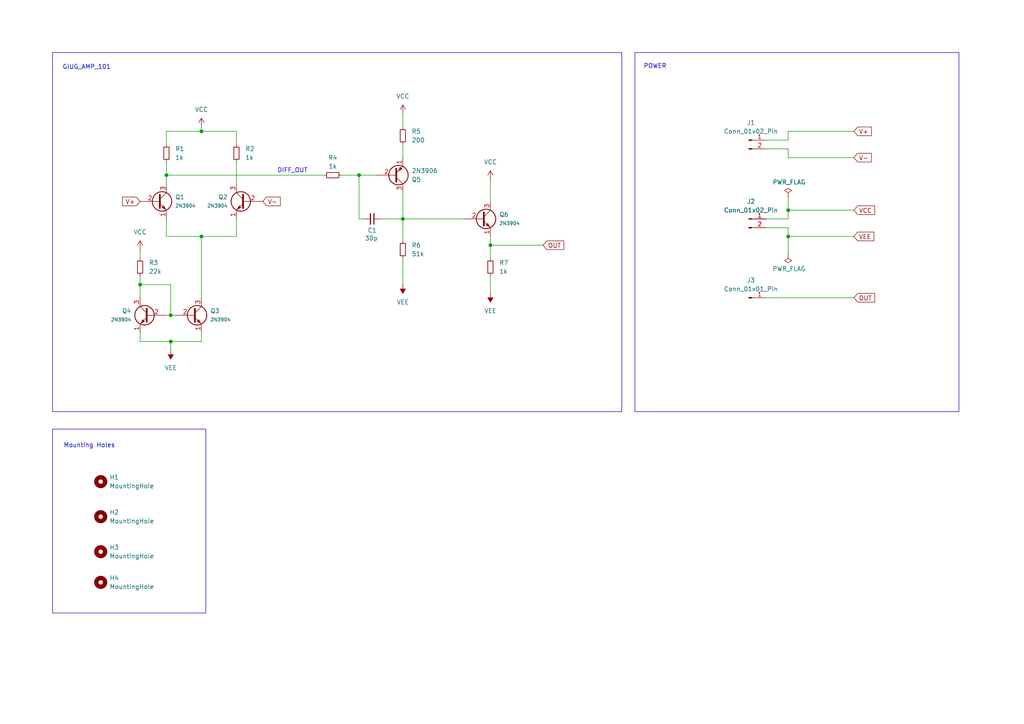
<source format=kicad_sch>
(kicad_sch
	(version 20231120)
	(generator "eeschema")
	(generator_version "8.0")
	(uuid "b6f4611b-04a4-4ac1-8df7-fdbd23c1a24d")
	(paper "A4")
	(title_block
		(title "Giug_Amp_101")
	)
	(lib_symbols
		(symbol "Connector:Conn_01x01_Pin"
			(pin_names
				(offset 1.016) hide)
			(exclude_from_sim no)
			(in_bom yes)
			(on_board yes)
			(property "Reference" "J"
				(at 0 2.54 0)
				(effects
					(font
						(size 1.27 1.27)
					)
				)
			)
			(property "Value" "Conn_01x01_Pin"
				(at 0 -2.54 0)
				(effects
					(font
						(size 1.27 1.27)
					)
				)
			)
			(property "Footprint" ""
				(at 0 0 0)
				(effects
					(font
						(size 1.27 1.27)
					)
					(hide yes)
				)
			)
			(property "Datasheet" "~"
				(at 0 0 0)
				(effects
					(font
						(size 1.27 1.27)
					)
					(hide yes)
				)
			)
			(property "Description" "Generic connector, single row, 01x01, script generated"
				(at 0 0 0)
				(effects
					(font
						(size 1.27 1.27)
					)
					(hide yes)
				)
			)
			(property "ki_locked" ""
				(at 0 0 0)
				(effects
					(font
						(size 1.27 1.27)
					)
				)
			)
			(property "ki_keywords" "connector"
				(at 0 0 0)
				(effects
					(font
						(size 1.27 1.27)
					)
					(hide yes)
				)
			)
			(property "ki_fp_filters" "Connector*:*_1x??_*"
				(at 0 0 0)
				(effects
					(font
						(size 1.27 1.27)
					)
					(hide yes)
				)
			)
			(symbol "Conn_01x01_Pin_1_1"
				(polyline
					(pts
						(xy 1.27 0) (xy 0.8636 0)
					)
					(stroke
						(width 0.1524)
						(type default)
					)
					(fill
						(type none)
					)
				)
				(rectangle
					(start 0.8636 0.127)
					(end 0 -0.127)
					(stroke
						(width 0.1524)
						(type default)
					)
					(fill
						(type outline)
					)
				)
				(pin passive line
					(at 5.08 0 180)
					(length 3.81)
					(name "Pin_1"
						(effects
							(font
								(size 1.27 1.27)
							)
						)
					)
					(number "1"
						(effects
							(font
								(size 1.27 1.27)
							)
						)
					)
				)
			)
		)
		(symbol "Connector:Conn_01x02_Pin"
			(pin_names
				(offset 1.016) hide)
			(exclude_from_sim no)
			(in_bom yes)
			(on_board yes)
			(property "Reference" "J"
				(at 0 2.54 0)
				(effects
					(font
						(size 1.27 1.27)
					)
				)
			)
			(property "Value" "Conn_01x02_Pin"
				(at 0 -5.08 0)
				(effects
					(font
						(size 1.27 1.27)
					)
				)
			)
			(property "Footprint" ""
				(at 0 0 0)
				(effects
					(font
						(size 1.27 1.27)
					)
					(hide yes)
				)
			)
			(property "Datasheet" "~"
				(at 0 0 0)
				(effects
					(font
						(size 1.27 1.27)
					)
					(hide yes)
				)
			)
			(property "Description" "Generic connector, single row, 01x02, script generated"
				(at 0 0 0)
				(effects
					(font
						(size 1.27 1.27)
					)
					(hide yes)
				)
			)
			(property "ki_locked" ""
				(at 0 0 0)
				(effects
					(font
						(size 1.27 1.27)
					)
				)
			)
			(property "ki_keywords" "connector"
				(at 0 0 0)
				(effects
					(font
						(size 1.27 1.27)
					)
					(hide yes)
				)
			)
			(property "ki_fp_filters" "Connector*:*_1x??_*"
				(at 0 0 0)
				(effects
					(font
						(size 1.27 1.27)
					)
					(hide yes)
				)
			)
			(symbol "Conn_01x02_Pin_1_1"
				(polyline
					(pts
						(xy 1.27 -2.54) (xy 0.8636 -2.54)
					)
					(stroke
						(width 0.1524)
						(type default)
					)
					(fill
						(type none)
					)
				)
				(polyline
					(pts
						(xy 1.27 0) (xy 0.8636 0)
					)
					(stroke
						(width 0.1524)
						(type default)
					)
					(fill
						(type none)
					)
				)
				(rectangle
					(start 0.8636 -2.413)
					(end 0 -2.667)
					(stroke
						(width 0.1524)
						(type default)
					)
					(fill
						(type outline)
					)
				)
				(rectangle
					(start 0.8636 0.127)
					(end 0 -0.127)
					(stroke
						(width 0.1524)
						(type default)
					)
					(fill
						(type outline)
					)
				)
				(pin passive line
					(at 5.08 0 180)
					(length 3.81)
					(name "Pin_1"
						(effects
							(font
								(size 1.27 1.27)
							)
						)
					)
					(number "1"
						(effects
							(font
								(size 1.27 1.27)
							)
						)
					)
				)
				(pin passive line
					(at 5.08 -2.54 180)
					(length 3.81)
					(name "Pin_2"
						(effects
							(font
								(size 1.27 1.27)
							)
						)
					)
					(number "2"
						(effects
							(font
								(size 1.27 1.27)
							)
						)
					)
				)
			)
		)
		(symbol "Device:C_Small"
			(pin_numbers hide)
			(pin_names
				(offset 0.254) hide)
			(exclude_from_sim no)
			(in_bom yes)
			(on_board yes)
			(property "Reference" "C"
				(at 0.254 1.778 0)
				(effects
					(font
						(size 1.27 1.27)
					)
					(justify left)
				)
			)
			(property "Value" "C_Small"
				(at 0.254 -2.032 0)
				(effects
					(font
						(size 1.27 1.27)
					)
					(justify left)
				)
			)
			(property "Footprint" ""
				(at 0 0 0)
				(effects
					(font
						(size 1.27 1.27)
					)
					(hide yes)
				)
			)
			(property "Datasheet" "~"
				(at 0 0 0)
				(effects
					(font
						(size 1.27 1.27)
					)
					(hide yes)
				)
			)
			(property "Description" "Unpolarized capacitor, small symbol"
				(at 0 0 0)
				(effects
					(font
						(size 1.27 1.27)
					)
					(hide yes)
				)
			)
			(property "ki_keywords" "capacitor cap"
				(at 0 0 0)
				(effects
					(font
						(size 1.27 1.27)
					)
					(hide yes)
				)
			)
			(property "ki_fp_filters" "C_*"
				(at 0 0 0)
				(effects
					(font
						(size 1.27 1.27)
					)
					(hide yes)
				)
			)
			(symbol "C_Small_0_1"
				(polyline
					(pts
						(xy -1.524 -0.508) (xy 1.524 -0.508)
					)
					(stroke
						(width 0.3302)
						(type default)
					)
					(fill
						(type none)
					)
				)
				(polyline
					(pts
						(xy -1.524 0.508) (xy 1.524 0.508)
					)
					(stroke
						(width 0.3048)
						(type default)
					)
					(fill
						(type none)
					)
				)
			)
			(symbol "C_Small_1_1"
				(pin passive line
					(at 0 2.54 270)
					(length 2.032)
					(name "~"
						(effects
							(font
								(size 1.27 1.27)
							)
						)
					)
					(number "1"
						(effects
							(font
								(size 1.27 1.27)
							)
						)
					)
				)
				(pin passive line
					(at 0 -2.54 90)
					(length 2.032)
					(name "~"
						(effects
							(font
								(size 1.27 1.27)
							)
						)
					)
					(number "2"
						(effects
							(font
								(size 1.27 1.27)
							)
						)
					)
				)
			)
		)
		(symbol "Device:R_Small"
			(pin_numbers hide)
			(pin_names
				(offset 0.254) hide)
			(exclude_from_sim no)
			(in_bom yes)
			(on_board yes)
			(property "Reference" "R"
				(at 0.762 0.508 0)
				(effects
					(font
						(size 1.27 1.27)
					)
					(justify left)
				)
			)
			(property "Value" "R_Small"
				(at 0.762 -1.016 0)
				(effects
					(font
						(size 1.27 1.27)
					)
					(justify left)
				)
			)
			(property "Footprint" ""
				(at 0 0 0)
				(effects
					(font
						(size 1.27 1.27)
					)
					(hide yes)
				)
			)
			(property "Datasheet" "~"
				(at 0 0 0)
				(effects
					(font
						(size 1.27 1.27)
					)
					(hide yes)
				)
			)
			(property "Description" "Resistor, small symbol"
				(at 0 0 0)
				(effects
					(font
						(size 1.27 1.27)
					)
					(hide yes)
				)
			)
			(property "ki_keywords" "R resistor"
				(at 0 0 0)
				(effects
					(font
						(size 1.27 1.27)
					)
					(hide yes)
				)
			)
			(property "ki_fp_filters" "R_*"
				(at 0 0 0)
				(effects
					(font
						(size 1.27 1.27)
					)
					(hide yes)
				)
			)
			(symbol "R_Small_0_1"
				(rectangle
					(start -0.762 1.778)
					(end 0.762 -1.778)
					(stroke
						(width 0.2032)
						(type default)
					)
					(fill
						(type none)
					)
				)
			)
			(symbol "R_Small_1_1"
				(pin passive line
					(at 0 2.54 270)
					(length 0.762)
					(name "~"
						(effects
							(font
								(size 1.27 1.27)
							)
						)
					)
					(number "1"
						(effects
							(font
								(size 1.27 1.27)
							)
						)
					)
				)
				(pin passive line
					(at 0 -2.54 90)
					(length 0.762)
					(name "~"
						(effects
							(font
								(size 1.27 1.27)
							)
						)
					)
					(number "2"
						(effects
							(font
								(size 1.27 1.27)
							)
						)
					)
				)
			)
		)
		(symbol "Mechanical:MountingHole"
			(pin_names
				(offset 1.016)
			)
			(exclude_from_sim yes)
			(in_bom no)
			(on_board yes)
			(property "Reference" "H"
				(at 0 5.08 0)
				(effects
					(font
						(size 1.27 1.27)
					)
				)
			)
			(property "Value" "MountingHole"
				(at 0 3.175 0)
				(effects
					(font
						(size 1.27 1.27)
					)
				)
			)
			(property "Footprint" ""
				(at 0 0 0)
				(effects
					(font
						(size 1.27 1.27)
					)
					(hide yes)
				)
			)
			(property "Datasheet" "~"
				(at 0 0 0)
				(effects
					(font
						(size 1.27 1.27)
					)
					(hide yes)
				)
			)
			(property "Description" "Mounting Hole without connection"
				(at 0 0 0)
				(effects
					(font
						(size 1.27 1.27)
					)
					(hide yes)
				)
			)
			(property "ki_keywords" "mounting hole"
				(at 0 0 0)
				(effects
					(font
						(size 1.27 1.27)
					)
					(hide yes)
				)
			)
			(property "ki_fp_filters" "MountingHole*"
				(at 0 0 0)
				(effects
					(font
						(size 1.27 1.27)
					)
					(hide yes)
				)
			)
			(symbol "MountingHole_0_1"
				(circle
					(center 0 0)
					(radius 1.27)
					(stroke
						(width 1.27)
						(type default)
					)
					(fill
						(type none)
					)
				)
			)
		)
		(symbol "Transistor_BJT:2N3904"
			(pin_names
				(offset 0) hide)
			(exclude_from_sim no)
			(in_bom yes)
			(on_board yes)
			(property "Reference" "Q"
				(at 5.08 1.905 0)
				(effects
					(font
						(size 1.27 1.27)
					)
					(justify left)
				)
			)
			(property "Value" "2N3904"
				(at 5.08 0 0)
				(effects
					(font
						(size 1.27 1.27)
					)
					(justify left)
				)
			)
			(property "Footprint" "Package_TO_SOT_THT:TO-92_Inline"
				(at 5.08 -1.905 0)
				(effects
					(font
						(size 1.27 1.27)
						(italic yes)
					)
					(justify left)
					(hide yes)
				)
			)
			(property "Datasheet" "https://www.onsemi.com/pub/Collateral/2N3903-D.PDF"
				(at 0 0 0)
				(effects
					(font
						(size 1.27 1.27)
					)
					(justify left)
					(hide yes)
				)
			)
			(property "Description" "0.2A Ic, 40V Vce, Small Signal NPN Transistor, TO-92"
				(at 0 0 0)
				(effects
					(font
						(size 1.27 1.27)
					)
					(hide yes)
				)
			)
			(property "ki_keywords" "NPN Transistor"
				(at 0 0 0)
				(effects
					(font
						(size 1.27 1.27)
					)
					(hide yes)
				)
			)
			(property "ki_fp_filters" "TO?92*"
				(at 0 0 0)
				(effects
					(font
						(size 1.27 1.27)
					)
					(hide yes)
				)
			)
			(symbol "2N3904_0_1"
				(polyline
					(pts
						(xy 0.635 0.635) (xy 2.54 2.54)
					)
					(stroke
						(width 0)
						(type default)
					)
					(fill
						(type none)
					)
				)
				(polyline
					(pts
						(xy 0.635 -0.635) (xy 2.54 -2.54) (xy 2.54 -2.54)
					)
					(stroke
						(width 0)
						(type default)
					)
					(fill
						(type none)
					)
				)
				(polyline
					(pts
						(xy 0.635 1.905) (xy 0.635 -1.905) (xy 0.635 -1.905)
					)
					(stroke
						(width 0.508)
						(type default)
					)
					(fill
						(type none)
					)
				)
				(polyline
					(pts
						(xy 1.27 -1.778) (xy 1.778 -1.27) (xy 2.286 -2.286) (xy 1.27 -1.778) (xy 1.27 -1.778)
					)
					(stroke
						(width 0)
						(type default)
					)
					(fill
						(type outline)
					)
				)
				(circle
					(center 1.27 0)
					(radius 2.8194)
					(stroke
						(width 0.254)
						(type default)
					)
					(fill
						(type none)
					)
				)
			)
			(symbol "2N3904_1_1"
				(pin passive line
					(at 2.54 -5.08 90)
					(length 2.54)
					(name "E"
						(effects
							(font
								(size 1.27 1.27)
							)
						)
					)
					(number "1"
						(effects
							(font
								(size 1.27 1.27)
							)
						)
					)
				)
				(pin passive line
					(at -5.08 0 0)
					(length 5.715)
					(name "B"
						(effects
							(font
								(size 1.27 1.27)
							)
						)
					)
					(number "2"
						(effects
							(font
								(size 1.27 1.27)
							)
						)
					)
				)
				(pin passive line
					(at 2.54 5.08 270)
					(length 2.54)
					(name "C"
						(effects
							(font
								(size 1.27 1.27)
							)
						)
					)
					(number "3"
						(effects
							(font
								(size 1.27 1.27)
							)
						)
					)
				)
			)
		)
		(symbol "Transistor_BJT:2N3906"
			(pin_names
				(offset 0) hide)
			(exclude_from_sim no)
			(in_bom yes)
			(on_board yes)
			(property "Reference" "Q"
				(at 5.08 1.905 0)
				(effects
					(font
						(size 1.27 1.27)
					)
					(justify left)
				)
			)
			(property "Value" "2N3906"
				(at 5.08 0 0)
				(effects
					(font
						(size 1.27 1.27)
					)
					(justify left)
				)
			)
			(property "Footprint" "Package_TO_SOT_THT:TO-92_Inline"
				(at 5.08 -1.905 0)
				(effects
					(font
						(size 1.27 1.27)
						(italic yes)
					)
					(justify left)
					(hide yes)
				)
			)
			(property "Datasheet" "https://www.onsemi.com/pub/Collateral/2N3906-D.PDF"
				(at 0 0 0)
				(effects
					(font
						(size 1.27 1.27)
					)
					(justify left)
					(hide yes)
				)
			)
			(property "Description" "-0.2A Ic, -40V Vce, Small Signal PNP Transistor, TO-92"
				(at 0 0 0)
				(effects
					(font
						(size 1.27 1.27)
					)
					(hide yes)
				)
			)
			(property "ki_keywords" "PNP Transistor"
				(at 0 0 0)
				(effects
					(font
						(size 1.27 1.27)
					)
					(hide yes)
				)
			)
			(property "ki_fp_filters" "TO?92*"
				(at 0 0 0)
				(effects
					(font
						(size 1.27 1.27)
					)
					(hide yes)
				)
			)
			(symbol "2N3906_0_1"
				(polyline
					(pts
						(xy 0.635 0.635) (xy 2.54 2.54)
					)
					(stroke
						(width 0)
						(type default)
					)
					(fill
						(type none)
					)
				)
				(polyline
					(pts
						(xy 0.635 -0.635) (xy 2.54 -2.54) (xy 2.54 -2.54)
					)
					(stroke
						(width 0)
						(type default)
					)
					(fill
						(type none)
					)
				)
				(polyline
					(pts
						(xy 0.635 1.905) (xy 0.635 -1.905) (xy 0.635 -1.905)
					)
					(stroke
						(width 0.508)
						(type default)
					)
					(fill
						(type none)
					)
				)
				(polyline
					(pts
						(xy 2.286 -1.778) (xy 1.778 -2.286) (xy 1.27 -1.27) (xy 2.286 -1.778) (xy 2.286 -1.778)
					)
					(stroke
						(width 0)
						(type default)
					)
					(fill
						(type outline)
					)
				)
				(circle
					(center 1.27 0)
					(radius 2.8194)
					(stroke
						(width 0.254)
						(type default)
					)
					(fill
						(type none)
					)
				)
			)
			(symbol "2N3906_1_1"
				(pin passive line
					(at 2.54 -5.08 90)
					(length 2.54)
					(name "E"
						(effects
							(font
								(size 1.27 1.27)
							)
						)
					)
					(number "1"
						(effects
							(font
								(size 1.27 1.27)
							)
						)
					)
				)
				(pin input line
					(at -5.08 0 0)
					(length 5.715)
					(name "B"
						(effects
							(font
								(size 1.27 1.27)
							)
						)
					)
					(number "2"
						(effects
							(font
								(size 1.27 1.27)
							)
						)
					)
				)
				(pin passive line
					(at 2.54 5.08 270)
					(length 2.54)
					(name "C"
						(effects
							(font
								(size 1.27 1.27)
							)
						)
					)
					(number "3"
						(effects
							(font
								(size 1.27 1.27)
							)
						)
					)
				)
			)
		)
		(symbol "power:PWR_FLAG"
			(power)
			(pin_numbers hide)
			(pin_names
				(offset 0) hide)
			(exclude_from_sim no)
			(in_bom yes)
			(on_board yes)
			(property "Reference" "#FLG"
				(at 0 1.905 0)
				(effects
					(font
						(size 1.27 1.27)
					)
					(hide yes)
				)
			)
			(property "Value" "PWR_FLAG"
				(at 0 3.81 0)
				(effects
					(font
						(size 1.27 1.27)
					)
				)
			)
			(property "Footprint" ""
				(at 0 0 0)
				(effects
					(font
						(size 1.27 1.27)
					)
					(hide yes)
				)
			)
			(property "Datasheet" "~"
				(at 0 0 0)
				(effects
					(font
						(size 1.27 1.27)
					)
					(hide yes)
				)
			)
			(property "Description" "Special symbol for telling ERC where power comes from"
				(at 0 0 0)
				(effects
					(font
						(size 1.27 1.27)
					)
					(hide yes)
				)
			)
			(property "ki_keywords" "flag power"
				(at 0 0 0)
				(effects
					(font
						(size 1.27 1.27)
					)
					(hide yes)
				)
			)
			(symbol "PWR_FLAG_0_0"
				(pin power_out line
					(at 0 0 90)
					(length 0)
					(name "~"
						(effects
							(font
								(size 1.27 1.27)
							)
						)
					)
					(number "1"
						(effects
							(font
								(size 1.27 1.27)
							)
						)
					)
				)
			)
			(symbol "PWR_FLAG_0_1"
				(polyline
					(pts
						(xy 0 0) (xy 0 1.27) (xy -1.016 1.905) (xy 0 2.54) (xy 1.016 1.905) (xy 0 1.27)
					)
					(stroke
						(width 0)
						(type default)
					)
					(fill
						(type none)
					)
				)
			)
		)
		(symbol "power:VCC"
			(power)
			(pin_numbers hide)
			(pin_names
				(offset 0) hide)
			(exclude_from_sim no)
			(in_bom yes)
			(on_board yes)
			(property "Reference" "#PWR"
				(at 0 -3.81 0)
				(effects
					(font
						(size 1.27 1.27)
					)
					(hide yes)
				)
			)
			(property "Value" "VCC"
				(at 0 3.556 0)
				(effects
					(font
						(size 1.27 1.27)
					)
				)
			)
			(property "Footprint" ""
				(at 0 0 0)
				(effects
					(font
						(size 1.27 1.27)
					)
					(hide yes)
				)
			)
			(property "Datasheet" ""
				(at 0 0 0)
				(effects
					(font
						(size 1.27 1.27)
					)
					(hide yes)
				)
			)
			(property "Description" "Power symbol creates a global label with name \"VCC\""
				(at 0 0 0)
				(effects
					(font
						(size 1.27 1.27)
					)
					(hide yes)
				)
			)
			(property "ki_keywords" "global power"
				(at 0 0 0)
				(effects
					(font
						(size 1.27 1.27)
					)
					(hide yes)
				)
			)
			(symbol "VCC_0_1"
				(polyline
					(pts
						(xy -0.762 1.27) (xy 0 2.54)
					)
					(stroke
						(width 0)
						(type default)
					)
					(fill
						(type none)
					)
				)
				(polyline
					(pts
						(xy 0 0) (xy 0 2.54)
					)
					(stroke
						(width 0)
						(type default)
					)
					(fill
						(type none)
					)
				)
				(polyline
					(pts
						(xy 0 2.54) (xy 0.762 1.27)
					)
					(stroke
						(width 0)
						(type default)
					)
					(fill
						(type none)
					)
				)
			)
			(symbol "VCC_1_1"
				(pin power_in line
					(at 0 0 90)
					(length 0)
					(name "~"
						(effects
							(font
								(size 1.27 1.27)
							)
						)
					)
					(number "1"
						(effects
							(font
								(size 1.27 1.27)
							)
						)
					)
				)
			)
		)
		(symbol "power:VEE"
			(power)
			(pin_numbers hide)
			(pin_names
				(offset 0) hide)
			(exclude_from_sim no)
			(in_bom yes)
			(on_board yes)
			(property "Reference" "#PWR"
				(at 0 -3.81 0)
				(effects
					(font
						(size 1.27 1.27)
					)
					(hide yes)
				)
			)
			(property "Value" "VEE"
				(at 0 3.556 0)
				(effects
					(font
						(size 1.27 1.27)
					)
				)
			)
			(property "Footprint" ""
				(at 0 0 0)
				(effects
					(font
						(size 1.27 1.27)
					)
					(hide yes)
				)
			)
			(property "Datasheet" ""
				(at 0 0 0)
				(effects
					(font
						(size 1.27 1.27)
					)
					(hide yes)
				)
			)
			(property "Description" "Power symbol creates a global label with name \"VEE\""
				(at 0 0 0)
				(effects
					(font
						(size 1.27 1.27)
					)
					(hide yes)
				)
			)
			(property "ki_keywords" "global power"
				(at 0 0 0)
				(effects
					(font
						(size 1.27 1.27)
					)
					(hide yes)
				)
			)
			(symbol "VEE_0_1"
				(polyline
					(pts
						(xy 0 0) (xy 0 2.54)
					)
					(stroke
						(width 0)
						(type default)
					)
					(fill
						(type none)
					)
				)
				(polyline
					(pts
						(xy 0.762 1.27) (xy -0.762 1.27) (xy 0 2.54) (xy 0.762 1.27)
					)
					(stroke
						(width 0)
						(type default)
					)
					(fill
						(type outline)
					)
				)
			)
			(symbol "VEE_1_1"
				(pin power_in line
					(at 0 0 90)
					(length 0)
					(name "~"
						(effects
							(font
								(size 1.27 1.27)
							)
						)
					)
					(number "1"
						(effects
							(font
								(size 1.27 1.27)
							)
						)
					)
				)
			)
		)
	)
	(junction
		(at 49.53 91.44)
		(diameter 0)
		(color 0 0 0 0)
		(uuid "498e1883-6870-4f1d-a2c8-4b823ebe91d8")
	)
	(junction
		(at 116.84 63.5)
		(diameter 0)
		(color 0 0 0 0)
		(uuid "54ee8d35-141d-4582-aba8-104a0ff56f46")
	)
	(junction
		(at 58.42 38.1)
		(diameter 0)
		(color 0 0 0 0)
		(uuid "5977dd1c-089a-4ebc-a1c0-9572c4e56f8d")
	)
	(junction
		(at 142.24 71.12)
		(diameter 0)
		(color 0 0 0 0)
		(uuid "627dbe0c-681a-44e7-8725-8468226df601")
	)
	(junction
		(at 228.6 68.58)
		(diameter 0)
		(color 0 0 0 0)
		(uuid "68367e3e-9d6e-4f11-9f02-cfdc6ef0cb03")
	)
	(junction
		(at 228.6 60.96)
		(diameter 0)
		(color 0 0 0 0)
		(uuid "93c5a164-84b2-416c-946c-5655c9e1bd5f")
	)
	(junction
		(at 48.26 50.8)
		(diameter 0)
		(color 0 0 0 0)
		(uuid "b43dc100-e9e1-4180-8ff7-a9f79be514f1")
	)
	(junction
		(at 58.42 68.58)
		(diameter 0)
		(color 0 0 0 0)
		(uuid "c8b0c394-de7d-4806-8078-50cc53e96b99")
	)
	(junction
		(at 49.53 99.06)
		(diameter 0)
		(color 0 0 0 0)
		(uuid "e347cd4b-5de7-441e-bd04-4b8041574ab7")
	)
	(junction
		(at 104.14 50.8)
		(diameter 0)
		(color 0 0 0 0)
		(uuid "f8677e65-346e-4471-81d5-3d4403542b30")
	)
	(junction
		(at 40.64 82.55)
		(diameter 0)
		(color 0 0 0 0)
		(uuid "faa41cd3-3b3b-4973-958a-9f463037cae1")
	)
	(wire
		(pts
			(xy 142.24 68.58) (xy 142.24 71.12)
		)
		(stroke
			(width 0)
			(type default)
		)
		(uuid "0888b366-77c2-44d9-8ae0-5639b4e6db45")
	)
	(wire
		(pts
			(xy 110.49 63.5) (xy 116.84 63.5)
		)
		(stroke
			(width 0)
			(type default)
		)
		(uuid "0cbdd4f7-974c-4771-92b1-0657c064b3a0")
	)
	(wire
		(pts
			(xy 222.25 66.04) (xy 228.6 66.04)
		)
		(stroke
			(width 0)
			(type default)
		)
		(uuid "0d95dc90-22ed-4d45-b315-c6aa590ad5eb")
	)
	(wire
		(pts
			(xy 48.26 50.8) (xy 93.98 50.8)
		)
		(stroke
			(width 0)
			(type default)
		)
		(uuid "0e415c58-9b4c-4978-ac09-efce43b618e8")
	)
	(wire
		(pts
			(xy 228.6 57.15) (xy 228.6 60.96)
		)
		(stroke
			(width 0)
			(type default)
		)
		(uuid "103b4ffc-0c3f-481d-80d0-4814133f6cc0")
	)
	(wire
		(pts
			(xy 116.84 74.93) (xy 116.84 82.55)
		)
		(stroke
			(width 0)
			(type default)
		)
		(uuid "1374e469-a4e2-4f6f-892e-43038cd7785e")
	)
	(wire
		(pts
			(xy 222.25 63.5) (xy 228.6 63.5)
		)
		(stroke
			(width 0)
			(type default)
		)
		(uuid "1604bb17-8cf4-4831-828c-932b425f8649")
	)
	(wire
		(pts
			(xy 68.58 46.99) (xy 68.58 53.34)
		)
		(stroke
			(width 0)
			(type default)
		)
		(uuid "17fad9e0-fd9c-4612-8429-49a24818a8d8")
	)
	(wire
		(pts
			(xy 40.64 72.39) (xy 40.64 74.93)
		)
		(stroke
			(width 0)
			(type default)
		)
		(uuid "2ff7489c-35e3-4e51-974d-44f209cf9c0e")
	)
	(wire
		(pts
			(xy 142.24 52.07) (xy 142.24 58.42)
		)
		(stroke
			(width 0)
			(type default)
		)
		(uuid "30c73c9e-bec2-4ecc-b4ec-2ce34065cc28")
	)
	(wire
		(pts
			(xy 222.25 43.18) (xy 228.6 43.18)
		)
		(stroke
			(width 0)
			(type default)
		)
		(uuid "331c6ee8-5098-4b13-9eeb-b722fd22978a")
	)
	(wire
		(pts
			(xy 58.42 36.83) (xy 58.42 38.1)
		)
		(stroke
			(width 0)
			(type default)
		)
		(uuid "3432fd69-8db1-4b62-8b9f-b915c898de99")
	)
	(wire
		(pts
			(xy 40.64 82.55) (xy 49.53 82.55)
		)
		(stroke
			(width 0)
			(type default)
		)
		(uuid "36e44f0b-292d-4499-bfc5-1aed1a7267be")
	)
	(wire
		(pts
			(xy 40.64 82.55) (xy 40.64 86.36)
		)
		(stroke
			(width 0)
			(type default)
		)
		(uuid "39a98f2d-4500-4b07-a433-c75523f531ea")
	)
	(wire
		(pts
			(xy 49.53 82.55) (xy 49.53 91.44)
		)
		(stroke
			(width 0)
			(type default)
		)
		(uuid "3e780013-30dc-4e2d-808b-20c0181a0e61")
	)
	(wire
		(pts
			(xy 48.26 91.44) (xy 49.53 91.44)
		)
		(stroke
			(width 0)
			(type default)
		)
		(uuid "416d82b9-2140-4740-af96-2b141b5d02ce")
	)
	(wire
		(pts
			(xy 104.14 63.5) (xy 104.14 50.8)
		)
		(stroke
			(width 0)
			(type default)
		)
		(uuid "454ceecd-ee46-4c6c-9f07-934dffe12b67")
	)
	(wire
		(pts
			(xy 222.25 40.64) (xy 228.6 40.64)
		)
		(stroke
			(width 0)
			(type default)
		)
		(uuid "45ed3a22-b1bb-419c-ad0d-dfd557f369fd")
	)
	(wire
		(pts
			(xy 228.6 38.1) (xy 247.65 38.1)
		)
		(stroke
			(width 0)
			(type default)
		)
		(uuid "596eac4f-2131-4015-a5fb-8ebbbfac985b")
	)
	(wire
		(pts
			(xy 48.26 63.5) (xy 48.26 68.58)
		)
		(stroke
			(width 0)
			(type default)
		)
		(uuid "670523b8-e75c-4d1e-bf61-7c1e7a1e313f")
	)
	(wire
		(pts
			(xy 228.6 45.72) (xy 247.65 45.72)
		)
		(stroke
			(width 0)
			(type default)
		)
		(uuid "67d6f8a7-c90d-4a80-badd-1f1690aff52d")
	)
	(wire
		(pts
			(xy 68.58 63.5) (xy 68.58 68.58)
		)
		(stroke
			(width 0)
			(type default)
		)
		(uuid "696892e7-49e9-4513-9f0b-585aa2930d7d")
	)
	(wire
		(pts
			(xy 48.26 38.1) (xy 58.42 38.1)
		)
		(stroke
			(width 0)
			(type default)
		)
		(uuid "70074f6d-f68a-4dd5-b68e-058d7dc7e8c8")
	)
	(wire
		(pts
			(xy 228.6 63.5) (xy 228.6 60.96)
		)
		(stroke
			(width 0)
			(type default)
		)
		(uuid "76141718-21c4-47f4-920a-ba9ffb6cfbdf")
	)
	(wire
		(pts
			(xy 228.6 60.96) (xy 247.65 60.96)
		)
		(stroke
			(width 0)
			(type default)
		)
		(uuid "7b8966c9-bf05-4b86-81fc-5dc06b1f1df7")
	)
	(wire
		(pts
			(xy 142.24 71.12) (xy 157.48 71.12)
		)
		(stroke
			(width 0)
			(type default)
		)
		(uuid "7b8fd0bd-255d-4b6a-a3cd-e6ee38669ba9")
	)
	(wire
		(pts
			(xy 49.53 91.44) (xy 50.8 91.44)
		)
		(stroke
			(width 0)
			(type default)
		)
		(uuid "7b909fca-1823-4eb2-b04c-01be69ba0608")
	)
	(wire
		(pts
			(xy 116.84 41.91) (xy 116.84 45.72)
		)
		(stroke
			(width 0)
			(type default)
		)
		(uuid "7be0d89f-68e6-477c-a5a2-1f39bce7649b")
	)
	(wire
		(pts
			(xy 142.24 80.01) (xy 142.24 85.09)
		)
		(stroke
			(width 0)
			(type default)
		)
		(uuid "832f7b22-9dc9-43b1-b202-b71446ee0074")
	)
	(wire
		(pts
			(xy 142.24 71.12) (xy 142.24 74.93)
		)
		(stroke
			(width 0)
			(type default)
		)
		(uuid "839c31de-831f-4223-8d8e-e88171acbc18")
	)
	(wire
		(pts
			(xy 228.6 43.18) (xy 228.6 45.72)
		)
		(stroke
			(width 0)
			(type default)
		)
		(uuid "8a9d9b82-43ab-4535-bab0-ccefe15e0f91")
	)
	(wire
		(pts
			(xy 49.53 99.06) (xy 58.42 99.06)
		)
		(stroke
			(width 0)
			(type default)
		)
		(uuid "8b6b9488-e7ae-44e1-81d9-08cc5ae76a6c")
	)
	(wire
		(pts
			(xy 48.26 41.91) (xy 48.26 38.1)
		)
		(stroke
			(width 0)
			(type default)
		)
		(uuid "8e3f1122-6a0f-458f-9b21-49a32a26dd66")
	)
	(wire
		(pts
			(xy 228.6 66.04) (xy 228.6 68.58)
		)
		(stroke
			(width 0)
			(type default)
		)
		(uuid "9210fd33-93cf-411b-aba0-72712732dd3e")
	)
	(wire
		(pts
			(xy 58.42 68.58) (xy 68.58 68.58)
		)
		(stroke
			(width 0)
			(type default)
		)
		(uuid "9407f3c4-e455-4db7-8b1d-fdcb094a0766")
	)
	(wire
		(pts
			(xy 116.84 63.5) (xy 116.84 69.85)
		)
		(stroke
			(width 0)
			(type default)
		)
		(uuid "95b5c28d-e77f-4e12-a9b9-00359c6dbe28")
	)
	(wire
		(pts
			(xy 104.14 63.5) (xy 105.41 63.5)
		)
		(stroke
			(width 0)
			(type default)
		)
		(uuid "9ec0f68f-650a-429f-a81a-d221138fc544")
	)
	(wire
		(pts
			(xy 68.58 38.1) (xy 68.58 41.91)
		)
		(stroke
			(width 0)
			(type default)
		)
		(uuid "a0948a9c-c0b1-4333-a294-75a9521cb2de")
	)
	(wire
		(pts
			(xy 228.6 68.58) (xy 228.6 73.66)
		)
		(stroke
			(width 0)
			(type default)
		)
		(uuid "ac3455a6-8198-41ae-8ec4-23972ed033f9")
	)
	(wire
		(pts
			(xy 49.53 99.06) (xy 49.53 101.6)
		)
		(stroke
			(width 0)
			(type default)
		)
		(uuid "ada6192b-2e71-4658-a825-1f1735ea02f9")
	)
	(wire
		(pts
			(xy 228.6 40.64) (xy 228.6 38.1)
		)
		(stroke
			(width 0)
			(type default)
		)
		(uuid "adae3d8d-653a-4ebc-b9ee-318eee1440b1")
	)
	(wire
		(pts
			(xy 116.84 55.88) (xy 116.84 63.5)
		)
		(stroke
			(width 0)
			(type default)
		)
		(uuid "b0bdf160-5132-4afa-9553-f6aba7c6634b")
	)
	(wire
		(pts
			(xy 104.14 50.8) (xy 109.22 50.8)
		)
		(stroke
			(width 0)
			(type default)
		)
		(uuid "bf39620c-8ce5-4f62-944c-b156bfbe2150")
	)
	(wire
		(pts
			(xy 99.06 50.8) (xy 104.14 50.8)
		)
		(stroke
			(width 0)
			(type default)
		)
		(uuid "c01c7fb6-b38c-4717-9656-d4b59cc04817")
	)
	(wire
		(pts
			(xy 116.84 33.02) (xy 116.84 36.83)
		)
		(stroke
			(width 0)
			(type default)
		)
		(uuid "c2ef04c8-fcd4-45fe-917d-55bf8c04d19a")
	)
	(wire
		(pts
			(xy 58.42 38.1) (xy 68.58 38.1)
		)
		(stroke
			(width 0)
			(type default)
		)
		(uuid "c516fa6a-e8fc-406d-8597-eb6ea809518a")
	)
	(wire
		(pts
			(xy 58.42 96.52) (xy 58.42 99.06)
		)
		(stroke
			(width 0)
			(type default)
		)
		(uuid "c632b159-5077-4ea4-b999-95ed5956c1ff")
	)
	(wire
		(pts
			(xy 48.26 50.8) (xy 48.26 53.34)
		)
		(stroke
			(width 0)
			(type default)
		)
		(uuid "cdb5ef6f-b8a0-469f-bd25-5a65cce6a4c4")
	)
	(wire
		(pts
			(xy 222.25 86.36) (xy 247.65 86.36)
		)
		(stroke
			(width 0)
			(type default)
		)
		(uuid "d25c169a-4299-4790-b960-429de76b6a1f")
	)
	(wire
		(pts
			(xy 40.64 80.01) (xy 40.64 82.55)
		)
		(stroke
			(width 0)
			(type default)
		)
		(uuid "d4dd67a0-82f5-414e-8245-df9be2dab5bb")
	)
	(wire
		(pts
			(xy 40.64 99.06) (xy 49.53 99.06)
		)
		(stroke
			(width 0)
			(type default)
		)
		(uuid "dd4e1bf1-dfb1-4f6a-b101-8e4c0989c1a4")
	)
	(wire
		(pts
			(xy 48.26 46.99) (xy 48.26 50.8)
		)
		(stroke
			(width 0)
			(type default)
		)
		(uuid "e3a6a9fb-cea0-4360-8f8f-5fc21017b008")
	)
	(wire
		(pts
			(xy 48.26 68.58) (xy 58.42 68.58)
		)
		(stroke
			(width 0)
			(type default)
		)
		(uuid "ecff2e1c-4f46-41da-b7ff-9c331d1c5f97")
	)
	(wire
		(pts
			(xy 228.6 68.58) (xy 247.65 68.58)
		)
		(stroke
			(width 0)
			(type default)
		)
		(uuid "eec9b5ad-8466-4054-b235-ca4f4d4d8575")
	)
	(wire
		(pts
			(xy 58.42 68.58) (xy 58.42 86.36)
		)
		(stroke
			(width 0)
			(type default)
		)
		(uuid "f010a5df-a3c5-431d-87c4-81b802a7772f")
	)
	(wire
		(pts
			(xy 116.84 63.5) (xy 134.62 63.5)
		)
		(stroke
			(width 0)
			(type default)
		)
		(uuid "f54c9cca-5bce-4809-9407-2c18ef46e08b")
	)
	(wire
		(pts
			(xy 40.64 96.52) (xy 40.64 99.06)
		)
		(stroke
			(width 0)
			(type default)
		)
		(uuid "faad2f3c-1fe9-4f63-b57c-54823c02d736")
	)
	(rectangle
		(start 15.24 15.24)
		(end 180.34 119.38)
		(stroke
			(width 0)
			(type default)
		)
		(fill
			(type none)
		)
		(uuid 2d9f9d96-9312-4659-8a04-2fbb4b253ab4)
	)
	(rectangle
		(start 184.15 15.24)
		(end 278.13 119.38)
		(stroke
			(width 0)
			(type default)
		)
		(fill
			(type none)
		)
		(uuid 68a684c8-4020-42a3-8964-914e72bb2887)
	)
	(rectangle
		(start 15.24 124.46)
		(end 59.69 177.8)
		(stroke
			(width 0)
			(type default)
		)
		(fill
			(type none)
		)
		(uuid 76c7136a-9954-411c-908a-81fd6a518db2)
	)
	(text "GIUG_AMP_101"
		(exclude_from_sim no)
		(at 25.146 19.558 0)
		(effects
			(font
				(size 1.27 1.27)
			)
		)
		(uuid "33b6bf2d-0df6-4958-b2e2-7f10622b33f5")
	)
	(text "DIFF_OUT"
		(exclude_from_sim no)
		(at 84.836 49.53 0)
		(effects
			(font
				(size 1.27 1.27)
			)
		)
		(uuid "7ad993e4-f348-44b2-8542-c5073355d483")
	)
	(text "Mounting Holes\n"
		(exclude_from_sim no)
		(at 25.908 129.286 0)
		(effects
			(font
				(size 1.27 1.27)
			)
		)
		(uuid "e476200c-3072-4a40-baea-2222c7e8d112")
	)
	(text "POWER"
		(exclude_from_sim no)
		(at 189.992 19.304 0)
		(effects
			(font
				(size 1.27 1.27)
			)
		)
		(uuid "ed357d89-6a68-4fa9-8c42-42bb86610f1d")
	)
	(global_label "VEE"
		(shape input)
		(at 247.65 68.58 0)
		(fields_autoplaced yes)
		(effects
			(font
				(size 1.27 1.27)
			)
			(justify left)
		)
		(uuid "1913c968-7199-4c77-89e1-95da9a632d88")
		(property "Intersheetrefs" "${INTERSHEET_REFS}"
			(at 254.0218 68.58 0)
			(effects
				(font
					(size 1.27 1.27)
				)
				(justify left)
				(hide yes)
			)
		)
	)
	(global_label "V-"
		(shape input)
		(at 76.2 58.42 0)
		(fields_autoplaced yes)
		(effects
			(font
				(size 1.27 1.27)
			)
			(justify left)
		)
		(uuid "1a169e3e-987b-4695-a3b1-3a42434acce6")
		(property "Intersheetrefs" "${INTERSHEET_REFS}"
			(at 81.8462 58.42 0)
			(effects
				(font
					(size 1.27 1.27)
				)
				(justify left)
				(hide yes)
			)
		)
	)
	(global_label "OUT"
		(shape input)
		(at 247.65 86.36 0)
		(fields_autoplaced yes)
		(effects
			(font
				(size 1.27 1.27)
			)
			(justify left)
		)
		(uuid "20f86feb-3a29-4442-9c67-56def5e50b21")
		(property "Intersheetrefs" "${INTERSHEET_REFS}"
			(at 254.2638 86.36 0)
			(effects
				(font
					(size 1.27 1.27)
				)
				(justify left)
				(hide yes)
			)
		)
	)
	(global_label "V-"
		(shape input)
		(at 247.65 45.72 0)
		(fields_autoplaced yes)
		(effects
			(font
				(size 1.27 1.27)
			)
			(justify left)
		)
		(uuid "25c4ec15-8f66-42b7-9991-da22a1507c23")
		(property "Intersheetrefs" "${INTERSHEET_REFS}"
			(at 253.2962 45.72 0)
			(effects
				(font
					(size 1.27 1.27)
				)
				(justify left)
				(hide yes)
			)
		)
	)
	(global_label "V+"
		(shape input)
		(at 40.64 58.42 180)
		(fields_autoplaced yes)
		(effects
			(font
				(size 1.27 1.27)
			)
			(justify right)
		)
		(uuid "5926f145-a88c-4444-a9fc-32236bf9478d")
		(property "Intersheetrefs" "${INTERSHEET_REFS}"
			(at 34.9938 58.42 0)
			(effects
				(font
					(size 1.27 1.27)
				)
				(justify right)
				(hide yes)
			)
		)
	)
	(global_label "V+"
		(shape input)
		(at 247.65 38.1 0)
		(fields_autoplaced yes)
		(effects
			(font
				(size 1.27 1.27)
			)
			(justify left)
		)
		(uuid "71fb2838-31c8-4f6d-9374-31ad932b5b69")
		(property "Intersheetrefs" "${INTERSHEET_REFS}"
			(at 253.2962 38.1 0)
			(effects
				(font
					(size 1.27 1.27)
				)
				(justify left)
				(hide yes)
			)
		)
	)
	(global_label "OUT"
		(shape input)
		(at 157.48 71.12 0)
		(fields_autoplaced yes)
		(effects
			(font
				(size 1.27 1.27)
			)
			(justify left)
		)
		(uuid "7c24297b-dbf2-4ebb-95bd-bf7a13307fbf")
		(property "Intersheetrefs" "${INTERSHEET_REFS}"
			(at 164.0938 71.12 0)
			(effects
				(font
					(size 1.27 1.27)
				)
				(justify left)
				(hide yes)
			)
		)
	)
	(global_label "VCC"
		(shape input)
		(at 247.65 60.96 0)
		(fields_autoplaced yes)
		(effects
			(font
				(size 1.27 1.27)
			)
			(justify left)
		)
		(uuid "f6afd56b-768d-48be-8302-55177a1e12d4")
		(property "Intersheetrefs" "${INTERSHEET_REFS}"
			(at 254.2638 60.96 0)
			(effects
				(font
					(size 1.27 1.27)
				)
				(justify left)
				(hide yes)
			)
		)
	)
	(symbol
		(lib_id "Transistor_BJT:2N3904")
		(at 55.88 91.44 0)
		(unit 1)
		(exclude_from_sim no)
		(in_bom yes)
		(on_board yes)
		(dnp no)
		(uuid "00cc5cee-1b80-4ef5-b4cc-fae012dc1994")
		(property "Reference" "Q3"
			(at 60.96 90.1699 0)
			(effects
				(font
					(size 1.27 1.27)
				)
				(justify left)
			)
		)
		(property "Value" "2N3904"
			(at 60.96 92.7099 0)
			(effects
				(font
					(size 1 1)
				)
				(justify left)
			)
		)
		(property "Footprint" "Package_TO_SOT_THT:TO-92_Inline"
			(at 60.96 93.345 0)
			(effects
				(font
					(size 1.27 1.27)
					(italic yes)
				)
				(justify left)
				(hide yes)
			)
		)
		(property "Datasheet" "https://www.onsemi.com/pub/Collateral/2N3903-D.PDF"
			(at 55.88 91.44 0)
			(effects
				(font
					(size 1.27 1.27)
				)
				(justify left)
				(hide yes)
			)
		)
		(property "Description" "0.2A Ic, 40V Vce, Small Signal NPN Transistor, TO-92"
			(at 55.88 91.44 0)
			(effects
				(font
					(size 1.27 1.27)
				)
				(hide yes)
			)
		)
		(pin "1"
			(uuid "ad78b96f-5217-4088-ba9d-83e4bcacd5c5")
		)
		(pin "2"
			(uuid "e77a71c6-6825-404b-8f20-966834d764a3")
		)
		(pin "3"
			(uuid "5fa1f1ea-a72d-4401-b6f9-4079063923dd")
		)
		(instances
			(project "GiugPamp_101"
				(path "/b6f4611b-04a4-4ac1-8df7-fdbd23c1a24d"
					(reference "Q3")
					(unit 1)
				)
			)
		)
	)
	(symbol
		(lib_id "Device:R_Small")
		(at 116.84 72.39 180)
		(unit 1)
		(exclude_from_sim no)
		(in_bom yes)
		(on_board yes)
		(dnp no)
		(fields_autoplaced yes)
		(uuid "0909aa4d-96d6-4aeb-9fcd-42a3387270fe")
		(property "Reference" "R6"
			(at 119.38 71.1199 0)
			(effects
				(font
					(size 1.27 1.27)
				)
				(justify right)
			)
		)
		(property "Value" "51k"
			(at 119.38 73.6599 0)
			(effects
				(font
					(size 1.27 1.27)
				)
				(justify right)
			)
		)
		(property "Footprint" "Resistor_THT:R_Axial_DIN0207_L6.3mm_D2.5mm_P10.16mm_Horizontal"
			(at 116.84 72.39 0)
			(effects
				(font
					(size 1.27 1.27)
				)
				(hide yes)
			)
		)
		(property "Datasheet" "~"
			(at 116.84 72.39 0)
			(effects
				(font
					(size 1.27 1.27)
				)
				(hide yes)
			)
		)
		(property "Description" "Resistor, small symbol"
			(at 116.84 72.39 0)
			(effects
				(font
					(size 1.27 1.27)
				)
				(hide yes)
			)
		)
		(pin "2"
			(uuid "57029103-d22b-4058-9cce-638ea021b5aa")
		)
		(pin "1"
			(uuid "09f73b75-6c2b-4d04-9ef9-aa771e7b9ebb")
		)
		(instances
			(project "GiugPamp_101"
				(path "/b6f4611b-04a4-4ac1-8df7-fdbd23c1a24d"
					(reference "R6")
					(unit 1)
				)
			)
		)
	)
	(symbol
		(lib_id "power:VCC")
		(at 40.64 72.39 0)
		(unit 1)
		(exclude_from_sim no)
		(in_bom yes)
		(on_board yes)
		(dnp no)
		(fields_autoplaced yes)
		(uuid "185b9ddb-1c41-4f46-9165-0734fdf8786b")
		(property "Reference" "#PWR03"
			(at 40.64 76.2 0)
			(effects
				(font
					(size 1.27 1.27)
				)
				(hide yes)
			)
		)
		(property "Value" "VCC"
			(at 40.64 67.31 0)
			(effects
				(font
					(size 1.27 1.27)
				)
			)
		)
		(property "Footprint" ""
			(at 40.64 72.39 0)
			(effects
				(font
					(size 1.27 1.27)
				)
				(hide yes)
			)
		)
		(property "Datasheet" ""
			(at 40.64 72.39 0)
			(effects
				(font
					(size 1.27 1.27)
				)
				(hide yes)
			)
		)
		(property "Description" "Power symbol creates a global label with name \"VCC\""
			(at 40.64 72.39 0)
			(effects
				(font
					(size 1.27 1.27)
				)
				(hide yes)
			)
		)
		(pin "1"
			(uuid "115d0191-26f5-47b7-8c75-f78ea69e412a")
		)
		(instances
			(project ""
				(path "/b6f4611b-04a4-4ac1-8df7-fdbd23c1a24d"
					(reference "#PWR03")
					(unit 1)
				)
			)
		)
	)
	(symbol
		(lib_id "Mechanical:MountingHole")
		(at 29.21 139.7 0)
		(unit 1)
		(exclude_from_sim yes)
		(in_bom no)
		(on_board yes)
		(dnp no)
		(fields_autoplaced yes)
		(uuid "236aad84-61c1-47fc-b83c-5473e168ff6a")
		(property "Reference" "H1"
			(at 31.75 138.4299 0)
			(effects
				(font
					(size 1.27 1.27)
				)
				(justify left)
			)
		)
		(property "Value" "MountingHole"
			(at 31.75 140.9699 0)
			(effects
				(font
					(size 1.27 1.27)
				)
				(justify left)
			)
		)
		(property "Footprint" "MountingHole:MountingHole_3.2mm_M3"
			(at 29.21 139.7 0)
			(effects
				(font
					(size 1.27 1.27)
				)
				(hide yes)
			)
		)
		(property "Datasheet" "~"
			(at 29.21 139.7 0)
			(effects
				(font
					(size 1.27 1.27)
				)
				(hide yes)
			)
		)
		(property "Description" "Mounting Hole without connection"
			(at 29.21 139.7 0)
			(effects
				(font
					(size 1.27 1.27)
				)
				(hide yes)
			)
		)
		(instances
			(project ""
				(path "/b6f4611b-04a4-4ac1-8df7-fdbd23c1a24d"
					(reference "H1")
					(unit 1)
				)
			)
		)
	)
	(symbol
		(lib_id "Device:R_Small")
		(at 96.52 50.8 90)
		(unit 1)
		(exclude_from_sim no)
		(in_bom yes)
		(on_board yes)
		(dnp no)
		(fields_autoplaced yes)
		(uuid "2a88d80d-e54d-410a-b850-d509965bf3f3")
		(property "Reference" "R4"
			(at 96.52 45.72 90)
			(effects
				(font
					(size 1.27 1.27)
				)
			)
		)
		(property "Value" "1k"
			(at 96.52 48.26 90)
			(effects
				(font
					(size 1.27 1.27)
				)
			)
		)
		(property "Footprint" "Resistor_THT:R_Axial_DIN0207_L6.3mm_D2.5mm_P10.16mm_Horizontal"
			(at 96.52 50.8 0)
			(effects
				(font
					(size 1.27 1.27)
				)
				(hide yes)
			)
		)
		(property "Datasheet" "~"
			(at 96.52 50.8 0)
			(effects
				(font
					(size 1.27 1.27)
				)
				(hide yes)
			)
		)
		(property "Description" "Resistor, small symbol"
			(at 96.52 50.8 0)
			(effects
				(font
					(size 1.27 1.27)
				)
				(hide yes)
			)
		)
		(pin "2"
			(uuid "6bb5c90e-81eb-4c48-bb89-a5e89f09ed5a")
		)
		(pin "1"
			(uuid "724f71fc-ed16-4c39-8e2b-2325a1a691f2")
		)
		(instances
			(project "GiugPamp_101"
				(path "/b6f4611b-04a4-4ac1-8df7-fdbd23c1a24d"
					(reference "R4")
					(unit 1)
				)
			)
		)
	)
	(symbol
		(lib_id "Transistor_BJT:2N3904")
		(at 45.72 58.42 0)
		(unit 1)
		(exclude_from_sim no)
		(in_bom yes)
		(on_board yes)
		(dnp no)
		(fields_autoplaced yes)
		(uuid "4624ef04-830f-48f0-ab9a-5d385a4472a6")
		(property "Reference" "Q1"
			(at 50.8 57.1499 0)
			(effects
				(font
					(size 1.27 1.27)
				)
				(justify left)
			)
		)
		(property "Value" "2N3904"
			(at 50.8 59.69 0)
			(effects
				(font
					(size 1 1)
				)
				(justify left)
			)
		)
		(property "Footprint" "Package_TO_SOT_THT:TO-92_Inline"
			(at 50.8 60.325 0)
			(effects
				(font
					(size 1.27 1.27)
					(italic yes)
				)
				(justify left)
				(hide yes)
			)
		)
		(property "Datasheet" "https://www.onsemi.com/pub/Collateral/2N3903-D.PDF"
			(at 45.72 58.42 0)
			(effects
				(font
					(size 1.27 1.27)
				)
				(justify left)
				(hide yes)
			)
		)
		(property "Description" "0.2A Ic, 40V Vce, Small Signal NPN Transistor, TO-92"
			(at 45.72 58.42 0)
			(effects
				(font
					(size 1.27 1.27)
				)
				(hide yes)
			)
		)
		(pin "1"
			(uuid "d18241db-3bfa-4fb2-8119-4ad699720256")
		)
		(pin "2"
			(uuid "81e2bf95-1992-4484-929e-27249f6b57d7")
		)
		(pin "3"
			(uuid "bafcc1ff-0c99-4858-969a-ba79745a121c")
		)
		(instances
			(project ""
				(path "/b6f4611b-04a4-4ac1-8df7-fdbd23c1a24d"
					(reference "Q1")
					(unit 1)
				)
			)
		)
	)
	(symbol
		(lib_id "Mechanical:MountingHole")
		(at 29.21 160.02 0)
		(unit 1)
		(exclude_from_sim yes)
		(in_bom no)
		(on_board yes)
		(dnp no)
		(fields_autoplaced yes)
		(uuid "57d28624-ca70-4d51-87df-4eec7333ef6b")
		(property "Reference" "H3"
			(at 31.75 158.7499 0)
			(effects
				(font
					(size 1.27 1.27)
				)
				(justify left)
			)
		)
		(property "Value" "MountingHole"
			(at 31.75 161.2899 0)
			(effects
				(font
					(size 1.27 1.27)
				)
				(justify left)
			)
		)
		(property "Footprint" "MountingHole:MountingHole_3.2mm_M3"
			(at 29.21 160.02 0)
			(effects
				(font
					(size 1.27 1.27)
				)
				(hide yes)
			)
		)
		(property "Datasheet" "~"
			(at 29.21 160.02 0)
			(effects
				(font
					(size 1.27 1.27)
				)
				(hide yes)
			)
		)
		(property "Description" "Mounting Hole without connection"
			(at 29.21 160.02 0)
			(effects
				(font
					(size 1.27 1.27)
				)
				(hide yes)
			)
		)
		(instances
			(project "GiugPamp_101"
				(path "/b6f4611b-04a4-4ac1-8df7-fdbd23c1a24d"
					(reference "H3")
					(unit 1)
				)
			)
		)
	)
	(symbol
		(lib_id "Connector:Conn_01x01_Pin")
		(at 217.17 86.36 0)
		(unit 1)
		(exclude_from_sim no)
		(in_bom yes)
		(on_board yes)
		(dnp no)
		(fields_autoplaced yes)
		(uuid "5f1125e5-acdf-484f-a3fb-698907429d71")
		(property "Reference" "J3"
			(at 217.805 81.28 0)
			(effects
				(font
					(size 1.27 1.27)
				)
			)
		)
		(property "Value" "Conn_01x01_Pin"
			(at 217.805 83.82 0)
			(effects
				(font
					(size 1.27 1.27)
				)
			)
		)
		(property "Footprint" "Connector_PinHeader_2.54mm:PinHeader_1x01_P2.54mm_Vertical"
			(at 217.17 86.36 0)
			(effects
				(font
					(size 1.27 1.27)
				)
				(hide yes)
			)
		)
		(property "Datasheet" "~"
			(at 217.17 86.36 0)
			(effects
				(font
					(size 1.27 1.27)
				)
				(hide yes)
			)
		)
		(property "Description" "Generic connector, single row, 01x01, script generated"
			(at 217.17 86.36 0)
			(effects
				(font
					(size 1.27 1.27)
				)
				(hide yes)
			)
		)
		(pin "1"
			(uuid "5e600caa-7819-4e21-ac40-7b69e454940f")
		)
		(instances
			(project ""
				(path "/b6f4611b-04a4-4ac1-8df7-fdbd23c1a24d"
					(reference "J3")
					(unit 1)
				)
			)
		)
	)
	(symbol
		(lib_id "Transistor_BJT:2N3904")
		(at 43.18 91.44 0)
		(mirror y)
		(unit 1)
		(exclude_from_sim no)
		(in_bom yes)
		(on_board yes)
		(dnp no)
		(uuid "63daab99-bd1b-42bc-a4ce-86c6fb5c2357")
		(property "Reference" "Q4"
			(at 38.1 90.1699 0)
			(effects
				(font
					(size 1.27 1.27)
				)
				(justify left)
			)
		)
		(property "Value" "2N3904"
			(at 38.1 92.7099 0)
			(effects
				(font
					(size 1 1)
				)
				(justify left)
			)
		)
		(property "Footprint" "Package_TO_SOT_THT:TO-92_Inline"
			(at 38.1 93.345 0)
			(effects
				(font
					(size 1.27 1.27)
					(italic yes)
				)
				(justify left)
				(hide yes)
			)
		)
		(property "Datasheet" "https://www.onsemi.com/pub/Collateral/2N3903-D.PDF"
			(at 43.18 91.44 0)
			(effects
				(font
					(size 1.27 1.27)
				)
				(justify left)
				(hide yes)
			)
		)
		(property "Description" "0.2A Ic, 40V Vce, Small Signal NPN Transistor, TO-92"
			(at 43.18 91.44 0)
			(effects
				(font
					(size 1.27 1.27)
				)
				(hide yes)
			)
		)
		(pin "1"
			(uuid "9341e1ed-b436-48d3-adf7-0598fea9cc86")
		)
		(pin "2"
			(uuid "d2d420f2-b9d0-47c9-9004-7db1f6cce0c9")
		)
		(pin "3"
			(uuid "e072c0ed-5096-4594-b262-8be7ff93da3c")
		)
		(instances
			(project "GiugPamp_101"
				(path "/b6f4611b-04a4-4ac1-8df7-fdbd23c1a24d"
					(reference "Q4")
					(unit 1)
				)
			)
		)
	)
	(symbol
		(lib_id "Transistor_BJT:2N3904")
		(at 71.12 58.42 0)
		(mirror y)
		(unit 1)
		(exclude_from_sim no)
		(in_bom yes)
		(on_board yes)
		(dnp no)
		(uuid "6728a230-7638-45d5-ac86-afb9a49610d6")
		(property "Reference" "Q2"
			(at 66.04 57.1499 0)
			(effects
				(font
					(size 1.27 1.27)
				)
				(justify left)
			)
		)
		(property "Value" "2N3904"
			(at 66.04 59.6899 0)
			(effects
				(font
					(size 1 1)
				)
				(justify left)
			)
		)
		(property "Footprint" "Package_TO_SOT_THT:TO-92_Inline"
			(at 66.04 60.325 0)
			(effects
				(font
					(size 1.27 1.27)
					(italic yes)
				)
				(justify left)
				(hide yes)
			)
		)
		(property "Datasheet" "https://www.onsemi.com/pub/Collateral/2N3903-D.PDF"
			(at 71.12 58.42 0)
			(effects
				(font
					(size 1.27 1.27)
				)
				(justify left)
				(hide yes)
			)
		)
		(property "Description" "0.2A Ic, 40V Vce, Small Signal NPN Transistor, TO-92"
			(at 71.12 58.42 0)
			(effects
				(font
					(size 1.27 1.27)
				)
				(hide yes)
			)
		)
		(pin "1"
			(uuid "91109a02-3a43-4d88-9993-e6ddeb319ecf")
		)
		(pin "2"
			(uuid "a6d84cdb-0a2f-4088-b454-9948b866bb86")
		)
		(pin "3"
			(uuid "739daf01-946f-4643-bdfe-72a9334fd661")
		)
		(instances
			(project "GiugPamp_101"
				(path "/b6f4611b-04a4-4ac1-8df7-fdbd23c1a24d"
					(reference "Q2")
					(unit 1)
				)
			)
		)
	)
	(symbol
		(lib_id "power:VEE")
		(at 142.24 85.09 180)
		(unit 1)
		(exclude_from_sim no)
		(in_bom yes)
		(on_board yes)
		(dnp no)
		(fields_autoplaced yes)
		(uuid "6a33f37c-2c3f-42af-aa5c-7bc13f66f277")
		(property "Reference" "#PWR07"
			(at 142.24 81.28 0)
			(effects
				(font
					(size 1.27 1.27)
				)
				(hide yes)
			)
		)
		(property "Value" "VEE"
			(at 142.24 90.17 0)
			(effects
				(font
					(size 1.27 1.27)
				)
			)
		)
		(property "Footprint" ""
			(at 142.24 85.09 0)
			(effects
				(font
					(size 1.27 1.27)
				)
				(hide yes)
			)
		)
		(property "Datasheet" ""
			(at 142.24 85.09 0)
			(effects
				(font
					(size 1.27 1.27)
				)
				(hide yes)
			)
		)
		(property "Description" "Power symbol creates a global label with name \"VEE\""
			(at 142.24 85.09 0)
			(effects
				(font
					(size 1.27 1.27)
				)
				(hide yes)
			)
		)
		(pin "1"
			(uuid "9de57273-1401-409c-8588-46d7045860da")
		)
		(instances
			(project "GiugPamp_101"
				(path "/b6f4611b-04a4-4ac1-8df7-fdbd23c1a24d"
					(reference "#PWR07")
					(unit 1)
				)
			)
		)
	)
	(symbol
		(lib_id "Device:R_Small")
		(at 48.26 44.45 0)
		(unit 1)
		(exclude_from_sim no)
		(in_bom yes)
		(on_board yes)
		(dnp no)
		(fields_autoplaced yes)
		(uuid "73cf965a-a244-4247-8c5c-39e369c2e18e")
		(property "Reference" "R1"
			(at 50.8 43.1799 0)
			(effects
				(font
					(size 1.27 1.27)
				)
				(justify left)
			)
		)
		(property "Value" "1k"
			(at 50.8 45.7199 0)
			(effects
				(font
					(size 1.27 1.27)
				)
				(justify left)
			)
		)
		(property "Footprint" "Resistor_THT:R_Axial_DIN0207_L6.3mm_D2.5mm_P10.16mm_Horizontal"
			(at 48.26 44.45 0)
			(effects
				(font
					(size 1.27 1.27)
				)
				(hide yes)
			)
		)
		(property "Datasheet" "~"
			(at 48.26 44.45 0)
			(effects
				(font
					(size 1.27 1.27)
				)
				(hide yes)
			)
		)
		(property "Description" "Resistor, small symbol"
			(at 48.26 44.45 0)
			(effects
				(font
					(size 1.27 1.27)
				)
				(hide yes)
			)
		)
		(pin "2"
			(uuid "131058b2-8dca-400b-96e1-3d64e78a80ba")
		)
		(pin "1"
			(uuid "cf98215c-32ec-42ce-a4b2-1e1043dade17")
		)
		(instances
			(project ""
				(path "/b6f4611b-04a4-4ac1-8df7-fdbd23c1a24d"
					(reference "R1")
					(unit 1)
				)
			)
		)
	)
	(symbol
		(lib_id "Transistor_BJT:2N3906")
		(at 114.3 50.8 0)
		(mirror x)
		(unit 1)
		(exclude_from_sim no)
		(in_bom yes)
		(on_board yes)
		(dnp no)
		(uuid "7b1f16a8-d7a6-41f2-8bf8-0b8aa135cc17")
		(property "Reference" "Q5"
			(at 119.38 52.0701 0)
			(effects
				(font
					(size 1.27 1.27)
				)
				(justify left)
			)
		)
		(property "Value" "2N3906"
			(at 119.38 49.5301 0)
			(effects
				(font
					(size 1.27 1.27)
				)
				(justify left)
			)
		)
		(property "Footprint" "Package_TO_SOT_THT:TO-92_Inline"
			(at 119.38 48.895 0)
			(effects
				(font
					(size 1.27 1.27)
					(italic yes)
				)
				(justify left)
				(hide yes)
			)
		)
		(property "Datasheet" "https://www.onsemi.com/pub/Collateral/2N3906-D.PDF"
			(at 114.3 50.8 0)
			(effects
				(font
					(size 1.27 1.27)
				)
				(justify left)
				(hide yes)
			)
		)
		(property "Description" "-0.2A Ic, -40V Vce, Small Signal PNP Transistor, TO-92"
			(at 114.3 50.8 0)
			(effects
				(font
					(size 1.27 1.27)
				)
				(hide yes)
			)
		)
		(pin "1"
			(uuid "233d9222-01a1-4df0-8e6e-c70b2864c6d4")
		)
		(pin "3"
			(uuid "c89f4c62-9717-421f-960a-fea19f52ee9e")
		)
		(pin "2"
			(uuid "4ae9e22f-da9c-44f6-8b77-86332535546d")
		)
		(instances
			(project ""
				(path "/b6f4611b-04a4-4ac1-8df7-fdbd23c1a24d"
					(reference "Q5")
					(unit 1)
				)
			)
		)
	)
	(symbol
		(lib_id "power:VCC")
		(at 116.84 33.02 0)
		(unit 1)
		(exclude_from_sim no)
		(in_bom yes)
		(on_board yes)
		(dnp no)
		(fields_autoplaced yes)
		(uuid "7e9640f8-f83b-491e-802e-50d5583e0487")
		(property "Reference" "#PWR04"
			(at 116.84 36.83 0)
			(effects
				(font
					(size 1.27 1.27)
				)
				(hide yes)
			)
		)
		(property "Value" "VCC"
			(at 116.84 27.94 0)
			(effects
				(font
					(size 1.27 1.27)
				)
			)
		)
		(property "Footprint" ""
			(at 116.84 33.02 0)
			(effects
				(font
					(size 1.27 1.27)
				)
				(hide yes)
			)
		)
		(property "Datasheet" ""
			(at 116.84 33.02 0)
			(effects
				(font
					(size 1.27 1.27)
				)
				(hide yes)
			)
		)
		(property "Description" "Power symbol creates a global label with name \"VCC\""
			(at 116.84 33.02 0)
			(effects
				(font
					(size 1.27 1.27)
				)
				(hide yes)
			)
		)
		(pin "1"
			(uuid "a1273c57-4a72-4e4c-9362-ef77c85697e9")
		)
		(instances
			(project "GiugPamp_101"
				(path "/b6f4611b-04a4-4ac1-8df7-fdbd23c1a24d"
					(reference "#PWR04")
					(unit 1)
				)
			)
		)
	)
	(symbol
		(lib_id "Transistor_BJT:2N3904")
		(at 139.7 63.5 0)
		(unit 1)
		(exclude_from_sim no)
		(in_bom yes)
		(on_board yes)
		(dnp no)
		(uuid "9bcfec08-9d89-41da-b12d-54b358ac1a54")
		(property "Reference" "Q6"
			(at 144.78 62.2299 0)
			(effects
				(font
					(size 1.27 1.27)
				)
				(justify left)
			)
		)
		(property "Value" "2N3904"
			(at 144.78 64.7699 0)
			(effects
				(font
					(size 1 1)
				)
				(justify left)
			)
		)
		(property "Footprint" "Package_TO_SOT_THT:TO-92_Inline"
			(at 144.78 65.405 0)
			(effects
				(font
					(size 1.27 1.27)
					(italic yes)
				)
				(justify left)
				(hide yes)
			)
		)
		(property "Datasheet" "https://www.onsemi.com/pub/Collateral/2N3903-D.PDF"
			(at 139.7 63.5 0)
			(effects
				(font
					(size 1.27 1.27)
				)
				(justify left)
				(hide yes)
			)
		)
		(property "Description" "0.2A Ic, 40V Vce, Small Signal NPN Transistor, TO-92"
			(at 139.7 63.5 0)
			(effects
				(font
					(size 1.27 1.27)
				)
				(hide yes)
			)
		)
		(pin "1"
			(uuid "21cd274c-c2a3-4d20-8243-09da66943e96")
		)
		(pin "2"
			(uuid "fb3fb4d5-41a3-4ce1-bdb2-a295ff1e3a46")
		)
		(pin "3"
			(uuid "22943051-8e9f-4e62-b5ab-f3c74a686f8f")
		)
		(instances
			(project "GiugPamp_101"
				(path "/b6f4611b-04a4-4ac1-8df7-fdbd23c1a24d"
					(reference "Q6")
					(unit 1)
				)
			)
		)
	)
	(symbol
		(lib_id "Device:R_Small")
		(at 142.24 77.47 180)
		(unit 1)
		(exclude_from_sim no)
		(in_bom yes)
		(on_board yes)
		(dnp no)
		(fields_autoplaced yes)
		(uuid "9e7f6ba4-fd80-4b1f-83d9-19f4ef9d009b")
		(property "Reference" "R7"
			(at 144.78 76.1999 0)
			(effects
				(font
					(size 1.27 1.27)
				)
				(justify right)
			)
		)
		(property "Value" "1k"
			(at 144.78 78.7399 0)
			(effects
				(font
					(size 1.27 1.27)
				)
				(justify right)
			)
		)
		(property "Footprint" "Resistor_THT:R_Axial_DIN0207_L6.3mm_D2.5mm_P10.16mm_Horizontal"
			(at 142.24 77.47 0)
			(effects
				(font
					(size 1.27 1.27)
				)
				(hide yes)
			)
		)
		(property "Datasheet" "~"
			(at 142.24 77.47 0)
			(effects
				(font
					(size 1.27 1.27)
				)
				(hide yes)
			)
		)
		(property "Description" "Resistor, small symbol"
			(at 142.24 77.47 0)
			(effects
				(font
					(size 1.27 1.27)
				)
				(hide yes)
			)
		)
		(pin "2"
			(uuid "e0f722fd-2051-425a-a641-3527d5eff778")
		)
		(pin "1"
			(uuid "041f24d0-e84a-4df8-97cf-f2ed8a103e87")
		)
		(instances
			(project "GiugPamp_101"
				(path "/b6f4611b-04a4-4ac1-8df7-fdbd23c1a24d"
					(reference "R7")
					(unit 1)
				)
			)
		)
	)
	(symbol
		(lib_id "Device:R_Small")
		(at 116.84 39.37 180)
		(unit 1)
		(exclude_from_sim no)
		(in_bom yes)
		(on_board yes)
		(dnp no)
		(fields_autoplaced yes)
		(uuid "9fdbad4b-0558-4a93-9ef1-d085585ebd6b")
		(property "Reference" "R5"
			(at 119.38 38.0999 0)
			(effects
				(font
					(size 1.27 1.27)
				)
				(justify right)
			)
		)
		(property "Value" "200"
			(at 119.38 40.6399 0)
			(effects
				(font
					(size 1.27 1.27)
				)
				(justify right)
			)
		)
		(property "Footprint" "Resistor_THT:R_Axial_DIN0207_L6.3mm_D2.5mm_P10.16mm_Horizontal"
			(at 116.84 39.37 0)
			(effects
				(font
					(size 1.27 1.27)
				)
				(hide yes)
			)
		)
		(property "Datasheet" "~"
			(at 116.84 39.37 0)
			(effects
				(font
					(size 1.27 1.27)
				)
				(hide yes)
			)
		)
		(property "Description" "Resistor, small symbol"
			(at 116.84 39.37 0)
			(effects
				(font
					(size 1.27 1.27)
				)
				(hide yes)
			)
		)
		(pin "2"
			(uuid "82de9d5a-9cbf-4858-836e-4f9fceb2444e")
		)
		(pin "1"
			(uuid "ea27e9c4-520e-4ca4-b02d-41b40ea14f39")
		)
		(instances
			(project "GiugPamp_101"
				(path "/b6f4611b-04a4-4ac1-8df7-fdbd23c1a24d"
					(reference "R5")
					(unit 1)
				)
			)
		)
	)
	(symbol
		(lib_id "Connector:Conn_01x02_Pin")
		(at 217.17 40.64 0)
		(unit 1)
		(exclude_from_sim no)
		(in_bom yes)
		(on_board yes)
		(dnp no)
		(fields_autoplaced yes)
		(uuid "a25d08b7-1507-4164-bb1f-4309696276c2")
		(property "Reference" "J1"
			(at 217.805 35.56 0)
			(effects
				(font
					(size 1.27 1.27)
				)
			)
		)
		(property "Value" "Conn_01x02_Pin"
			(at 217.805 38.1 0)
			(effects
				(font
					(size 1.27 1.27)
				)
			)
		)
		(property "Footprint" "Connector_PinHeader_2.54mm:PinHeader_1x02_P2.54mm_Vertical"
			(at 217.17 40.64 0)
			(effects
				(font
					(size 1.27 1.27)
				)
				(hide yes)
			)
		)
		(property "Datasheet" "~"
			(at 217.17 40.64 0)
			(effects
				(font
					(size 1.27 1.27)
				)
				(hide yes)
			)
		)
		(property "Description" "Generic connector, single row, 01x02, script generated"
			(at 217.17 40.64 0)
			(effects
				(font
					(size 1.27 1.27)
				)
				(hide yes)
			)
		)
		(pin "2"
			(uuid "325606a8-c435-4d3f-a8db-83ae6fef6fe7")
		)
		(pin "1"
			(uuid "9d243beb-432f-4de3-b420-5586b268cb95")
		)
		(instances
			(project ""
				(path "/b6f4611b-04a4-4ac1-8df7-fdbd23c1a24d"
					(reference "J1")
					(unit 1)
				)
			)
		)
	)
	(symbol
		(lib_id "Device:R_Small")
		(at 68.58 44.45 0)
		(unit 1)
		(exclude_from_sim no)
		(in_bom yes)
		(on_board yes)
		(dnp no)
		(fields_autoplaced yes)
		(uuid "a8f6acaf-ba15-4888-8c7e-1a822803e64a")
		(property "Reference" "R2"
			(at 71.12 43.1799 0)
			(effects
				(font
					(size 1.27 1.27)
				)
				(justify left)
			)
		)
		(property "Value" "1k"
			(at 71.12 45.7199 0)
			(effects
				(font
					(size 1.27 1.27)
				)
				(justify left)
			)
		)
		(property "Footprint" "Resistor_THT:R_Axial_DIN0207_L6.3mm_D2.5mm_P10.16mm_Horizontal"
			(at 68.58 44.45 0)
			(effects
				(font
					(size 1.27 1.27)
				)
				(hide yes)
			)
		)
		(property "Datasheet" "~"
			(at 68.58 44.45 0)
			(effects
				(font
					(size 1.27 1.27)
				)
				(hide yes)
			)
		)
		(property "Description" "Resistor, small symbol"
			(at 68.58 44.45 0)
			(effects
				(font
					(size 1.27 1.27)
				)
				(hide yes)
			)
		)
		(pin "2"
			(uuid "5fbeb6f5-10bf-42ef-b7e8-afc3eab67f68")
		)
		(pin "1"
			(uuid "acfabaed-4ef7-4f86-8d67-45321e02156e")
		)
		(instances
			(project "GiugPamp_101"
				(path "/b6f4611b-04a4-4ac1-8df7-fdbd23c1a24d"
					(reference "R2")
					(unit 1)
				)
			)
		)
	)
	(symbol
		(lib_id "Connector:Conn_01x02_Pin")
		(at 217.17 63.5 0)
		(unit 1)
		(exclude_from_sim no)
		(in_bom yes)
		(on_board yes)
		(dnp no)
		(fields_autoplaced yes)
		(uuid "b8e57468-8e0f-4285-a1dd-8988af3725f4")
		(property "Reference" "J2"
			(at 217.805 58.42 0)
			(effects
				(font
					(size 1.27 1.27)
				)
			)
		)
		(property "Value" "Conn_01x02_Pin"
			(at 217.805 60.96 0)
			(effects
				(font
					(size 1.27 1.27)
				)
			)
		)
		(property "Footprint" "Connector_PinHeader_2.54mm:PinHeader_1x02_P2.54mm_Vertical"
			(at 217.17 63.5 0)
			(effects
				(font
					(size 1.27 1.27)
				)
				(hide yes)
			)
		)
		(property "Datasheet" "~"
			(at 217.17 63.5 0)
			(effects
				(font
					(size 1.27 1.27)
				)
				(hide yes)
			)
		)
		(property "Description" "Generic connector, single row, 01x02, script generated"
			(at 217.17 63.5 0)
			(effects
				(font
					(size 1.27 1.27)
				)
				(hide yes)
			)
		)
		(pin "2"
			(uuid "c550baa6-41ee-45ed-8b3a-f17a0d1d17e9")
		)
		(pin "1"
			(uuid "fe4186f1-98c3-4128-917b-b7c1cba26811")
		)
		(instances
			(project "GiugPamp_101"
				(path "/b6f4611b-04a4-4ac1-8df7-fdbd23c1a24d"
					(reference "J2")
					(unit 1)
				)
			)
		)
	)
	(symbol
		(lib_id "Device:R_Small")
		(at 40.64 77.47 0)
		(unit 1)
		(exclude_from_sim no)
		(in_bom yes)
		(on_board yes)
		(dnp no)
		(uuid "c7ad1aab-721a-4cad-a027-0113da7b8c52")
		(property "Reference" "R3"
			(at 43.18 76.1999 0)
			(effects
				(font
					(size 1.27 1.27)
				)
				(justify left)
			)
		)
		(property "Value" "22k"
			(at 43.18 78.74 0)
			(effects
				(font
					(size 1.27 1.27)
				)
				(justify left)
			)
		)
		(property "Footprint" "Resistor_THT:R_Axial_DIN0207_L6.3mm_D2.5mm_P10.16mm_Horizontal"
			(at 40.64 77.47 0)
			(effects
				(font
					(size 1.27 1.27)
				)
				(hide yes)
			)
		)
		(property "Datasheet" "~"
			(at 40.64 77.47 0)
			(effects
				(font
					(size 1.27 1.27)
				)
				(hide yes)
			)
		)
		(property "Description" "Resistor, small symbol"
			(at 40.64 77.47 0)
			(effects
				(font
					(size 1.27 1.27)
				)
				(hide yes)
			)
		)
		(pin "2"
			(uuid "e2ee6d68-97c2-4042-b593-487b8bddb5e0")
		)
		(pin "1"
			(uuid "34af669b-e2f3-4606-ba22-14bbbd0b69e5")
		)
		(instances
			(project "GiugPamp_101"
				(path "/b6f4611b-04a4-4ac1-8df7-fdbd23c1a24d"
					(reference "R3")
					(unit 1)
				)
			)
		)
	)
	(symbol
		(lib_id "power:VCC")
		(at 58.42 36.83 0)
		(unit 1)
		(exclude_from_sim no)
		(in_bom yes)
		(on_board yes)
		(dnp no)
		(fields_autoplaced yes)
		(uuid "cc644fbf-319a-43fe-bb92-f97cdf493d67")
		(property "Reference" "#PWR01"
			(at 58.42 40.64 0)
			(effects
				(font
					(size 1.27 1.27)
				)
				(hide yes)
			)
		)
		(property "Value" "VCC"
			(at 58.42 31.75 0)
			(effects
				(font
					(size 1.27 1.27)
				)
			)
		)
		(property "Footprint" ""
			(at 58.42 36.83 0)
			(effects
				(font
					(size 1.27 1.27)
				)
				(hide yes)
			)
		)
		(property "Datasheet" ""
			(at 58.42 36.83 0)
			(effects
				(font
					(size 1.27 1.27)
				)
				(hide yes)
			)
		)
		(property "Description" "Power symbol creates a global label with name \"VCC\""
			(at 58.42 36.83 0)
			(effects
				(font
					(size 1.27 1.27)
				)
				(hide yes)
			)
		)
		(pin "1"
			(uuid "0f79251a-77c9-4750-a952-7b5406d14868")
		)
		(instances
			(project ""
				(path "/b6f4611b-04a4-4ac1-8df7-fdbd23c1a24d"
					(reference "#PWR01")
					(unit 1)
				)
			)
		)
	)
	(symbol
		(lib_id "power:VCC")
		(at 142.24 52.07 0)
		(unit 1)
		(exclude_from_sim no)
		(in_bom yes)
		(on_board yes)
		(dnp no)
		(fields_autoplaced yes)
		(uuid "d04b1f11-6c3a-4c74-9e2e-4456820c72e8")
		(property "Reference" "#PWR06"
			(at 142.24 55.88 0)
			(effects
				(font
					(size 1.27 1.27)
				)
				(hide yes)
			)
		)
		(property "Value" "VCC"
			(at 142.24 46.99 0)
			(effects
				(font
					(size 1.27 1.27)
				)
			)
		)
		(property "Footprint" ""
			(at 142.24 52.07 0)
			(effects
				(font
					(size 1.27 1.27)
				)
				(hide yes)
			)
		)
		(property "Datasheet" ""
			(at 142.24 52.07 0)
			(effects
				(font
					(size 1.27 1.27)
				)
				(hide yes)
			)
		)
		(property "Description" "Power symbol creates a global label with name \"VCC\""
			(at 142.24 52.07 0)
			(effects
				(font
					(size 1.27 1.27)
				)
				(hide yes)
			)
		)
		(pin "1"
			(uuid "77d9fe6f-5fe9-4d39-8fb6-d8b44aad8186")
		)
		(instances
			(project "GiugPamp_101"
				(path "/b6f4611b-04a4-4ac1-8df7-fdbd23c1a24d"
					(reference "#PWR06")
					(unit 1)
				)
			)
		)
	)
	(symbol
		(lib_id "power:VEE")
		(at 116.84 82.55 180)
		(unit 1)
		(exclude_from_sim no)
		(in_bom yes)
		(on_board yes)
		(dnp no)
		(fields_autoplaced yes)
		(uuid "d14b830f-f505-40fb-a330-1f509e7050d6")
		(property "Reference" "#PWR05"
			(at 116.84 78.74 0)
			(effects
				(font
					(size 1.27 1.27)
				)
				(hide yes)
			)
		)
		(property "Value" "VEE"
			(at 116.84 87.63 0)
			(effects
				(font
					(size 1.27 1.27)
				)
			)
		)
		(property "Footprint" ""
			(at 116.84 82.55 0)
			(effects
				(font
					(size 1.27 1.27)
				)
				(hide yes)
			)
		)
		(property "Datasheet" ""
			(at 116.84 82.55 0)
			(effects
				(font
					(size 1.27 1.27)
				)
				(hide yes)
			)
		)
		(property "Description" "Power symbol creates a global label with name \"VEE\""
			(at 116.84 82.55 0)
			(effects
				(font
					(size 1.27 1.27)
				)
				(hide yes)
			)
		)
		(pin "1"
			(uuid "ac6d9a47-29a0-4b4b-b97b-e80824c300c4")
		)
		(instances
			(project "GiugPamp_101"
				(path "/b6f4611b-04a4-4ac1-8df7-fdbd23c1a24d"
					(reference "#PWR05")
					(unit 1)
				)
			)
		)
	)
	(symbol
		(lib_id "Device:C_Small")
		(at 107.95 63.5 270)
		(unit 1)
		(exclude_from_sim no)
		(in_bom yes)
		(on_board yes)
		(dnp no)
		(uuid "e6b10ef7-a1f8-4db7-b24c-ff23c0c1e59f")
		(property "Reference" "C1"
			(at 107.95 66.802 90)
			(effects
				(font
					(size 1.27 1.27)
				)
			)
		)
		(property "Value" "30p"
			(at 107.696 69.088 90)
			(effects
				(font
					(size 1.27 1.27)
				)
			)
		)
		(property "Footprint" "Capacitor_THT:C_Disc_D4.7mm_W2.5mm_P5.00mm"
			(at 107.95 63.5 0)
			(effects
				(font
					(size 1.27 1.27)
				)
				(hide yes)
			)
		)
		(property "Datasheet" "~"
			(at 107.95 63.5 0)
			(effects
				(font
					(size 1.27 1.27)
				)
				(hide yes)
			)
		)
		(property "Description" "Unpolarized capacitor, small symbol"
			(at 107.95 63.5 0)
			(effects
				(font
					(size 1.27 1.27)
				)
				(hide yes)
			)
		)
		(pin "1"
			(uuid "71a0b5aa-a4de-4d98-82e8-52061f4fbe66")
		)
		(pin "2"
			(uuid "e622b77b-ce9a-4d07-8ad8-6d4cac89d37d")
		)
		(instances
			(project ""
				(path "/b6f4611b-04a4-4ac1-8df7-fdbd23c1a24d"
					(reference "C1")
					(unit 1)
				)
			)
		)
	)
	(symbol
		(lib_id "power:PWR_FLAG")
		(at 228.6 73.66 180)
		(unit 1)
		(exclude_from_sim no)
		(in_bom yes)
		(on_board yes)
		(dnp no)
		(uuid "ea020a65-2350-414f-98b2-04091055433e")
		(property "Reference" "#FLG02"
			(at 228.6 75.565 0)
			(effects
				(font
					(size 1.27 1.27)
				)
				(hide yes)
			)
		)
		(property "Value" "PWR_FLAG"
			(at 228.854 77.978 0)
			(effects
				(font
					(size 1.27 1.27)
				)
			)
		)
		(property "Footprint" ""
			(at 228.6 73.66 0)
			(effects
				(font
					(size 1.27 1.27)
				)
				(hide yes)
			)
		)
		(property "Datasheet" "~"
			(at 228.6 73.66 0)
			(effects
				(font
					(size 1.27 1.27)
				)
				(hide yes)
			)
		)
		(property "Description" "Special symbol for telling ERC where power comes from"
			(at 228.6 73.66 0)
			(effects
				(font
					(size 1.27 1.27)
				)
				(hide yes)
			)
		)
		(pin "1"
			(uuid "386aa3bf-fdc3-4e3b-829b-58e6e471c222")
		)
		(instances
			(project ""
				(path "/b6f4611b-04a4-4ac1-8df7-fdbd23c1a24d"
					(reference "#FLG02")
					(unit 1)
				)
			)
		)
	)
	(symbol
		(lib_id "power:VEE")
		(at 49.53 101.6 180)
		(unit 1)
		(exclude_from_sim no)
		(in_bom yes)
		(on_board yes)
		(dnp no)
		(fields_autoplaced yes)
		(uuid "ee12f8a3-fe22-4f1b-adeb-042d4812f119")
		(property "Reference" "#PWR02"
			(at 49.53 97.79 0)
			(effects
				(font
					(size 1.27 1.27)
				)
				(hide yes)
			)
		)
		(property "Value" "VEE"
			(at 49.53 106.68 0)
			(effects
				(font
					(size 1.27 1.27)
				)
			)
		)
		(property "Footprint" ""
			(at 49.53 101.6 0)
			(effects
				(font
					(size 1.27 1.27)
				)
				(hide yes)
			)
		)
		(property "Datasheet" ""
			(at 49.53 101.6 0)
			(effects
				(font
					(size 1.27 1.27)
				)
				(hide yes)
			)
		)
		(property "Description" "Power symbol creates a global label with name \"VEE\""
			(at 49.53 101.6 0)
			(effects
				(font
					(size 1.27 1.27)
				)
				(hide yes)
			)
		)
		(pin "1"
			(uuid "602646e0-69e3-4bc9-aaee-435328d75e33")
		)
		(instances
			(project ""
				(path "/b6f4611b-04a4-4ac1-8df7-fdbd23c1a24d"
					(reference "#PWR02")
					(unit 1)
				)
			)
		)
	)
	(symbol
		(lib_id "Mechanical:MountingHole")
		(at 29.21 149.86 0)
		(unit 1)
		(exclude_from_sim yes)
		(in_bom no)
		(on_board yes)
		(dnp no)
		(fields_autoplaced yes)
		(uuid "fcbf4ad8-5939-4670-a170-9be481755bb4")
		(property "Reference" "H2"
			(at 31.75 148.5899 0)
			(effects
				(font
					(size 1.27 1.27)
				)
				(justify left)
			)
		)
		(property "Value" "MountingHole"
			(at 31.75 151.1299 0)
			(effects
				(font
					(size 1.27 1.27)
				)
				(justify left)
			)
		)
		(property "Footprint" "MountingHole:MountingHole_3.2mm_M3"
			(at 29.21 149.86 0)
			(effects
				(font
					(size 1.27 1.27)
				)
				(hide yes)
			)
		)
		(property "Datasheet" "~"
			(at 29.21 149.86 0)
			(effects
				(font
					(size 1.27 1.27)
				)
				(hide yes)
			)
		)
		(property "Description" "Mounting Hole without connection"
			(at 29.21 149.86 0)
			(effects
				(font
					(size 1.27 1.27)
				)
				(hide yes)
			)
		)
		(instances
			(project "GiugPamp_101"
				(path "/b6f4611b-04a4-4ac1-8df7-fdbd23c1a24d"
					(reference "H2")
					(unit 1)
				)
			)
		)
	)
	(symbol
		(lib_id "Mechanical:MountingHole")
		(at 29.21 168.91 0)
		(unit 1)
		(exclude_from_sim yes)
		(in_bom no)
		(on_board yes)
		(dnp no)
		(fields_autoplaced yes)
		(uuid "ff47bdde-a8bb-4b97-99ac-09facb65ce8d")
		(property "Reference" "H4"
			(at 31.75 167.6399 0)
			(effects
				(font
					(size 1.27 1.27)
				)
				(justify left)
			)
		)
		(property "Value" "MountingHole"
			(at 31.75 170.1799 0)
			(effects
				(font
					(size 1.27 1.27)
				)
				(justify left)
			)
		)
		(property "Footprint" "MountingHole:MountingHole_3.2mm_M3"
			(at 29.21 168.91 0)
			(effects
				(font
					(size 1.27 1.27)
				)
				(hide yes)
			)
		)
		(property "Datasheet" "~"
			(at 29.21 168.91 0)
			(effects
				(font
					(size 1.27 1.27)
				)
				(hide yes)
			)
		)
		(property "Description" "Mounting Hole without connection"
			(at 29.21 168.91 0)
			(effects
				(font
					(size 1.27 1.27)
				)
				(hide yes)
			)
		)
		(instances
			(project "GiugPamp_101"
				(path "/b6f4611b-04a4-4ac1-8df7-fdbd23c1a24d"
					(reference "H4")
					(unit 1)
				)
			)
		)
	)
	(symbol
		(lib_id "power:PWR_FLAG")
		(at 228.6 57.15 0)
		(unit 1)
		(exclude_from_sim no)
		(in_bom yes)
		(on_board yes)
		(dnp no)
		(uuid "ffaa4d42-a2e2-4023-bf89-b31514685b8e")
		(property "Reference" "#FLG01"
			(at 228.6 55.245 0)
			(effects
				(font
					(size 1.27 1.27)
				)
				(hide yes)
			)
		)
		(property "Value" "PWR_FLAG"
			(at 228.854 52.832 0)
			(effects
				(font
					(size 1.27 1.27)
				)
			)
		)
		(property "Footprint" ""
			(at 228.6 57.15 0)
			(effects
				(font
					(size 1.27 1.27)
				)
				(hide yes)
			)
		)
		(property "Datasheet" "~"
			(at 228.6 57.15 0)
			(effects
				(font
					(size 1.27 1.27)
				)
				(hide yes)
			)
		)
		(property "Description" "Special symbol for telling ERC where power comes from"
			(at 228.6 57.15 0)
			(effects
				(font
					(size 1.27 1.27)
				)
				(hide yes)
			)
		)
		(pin "1"
			(uuid "b3b7e21e-8bb3-44ca-a9be-ee2752d83dd7")
		)
		(instances
			(project ""
				(path "/b6f4611b-04a4-4ac1-8df7-fdbd23c1a24d"
					(reference "#FLG01")
					(unit 1)
				)
			)
		)
	)
	(sheet_instances
		(path "/"
			(page "1")
		)
	)
)

</source>
